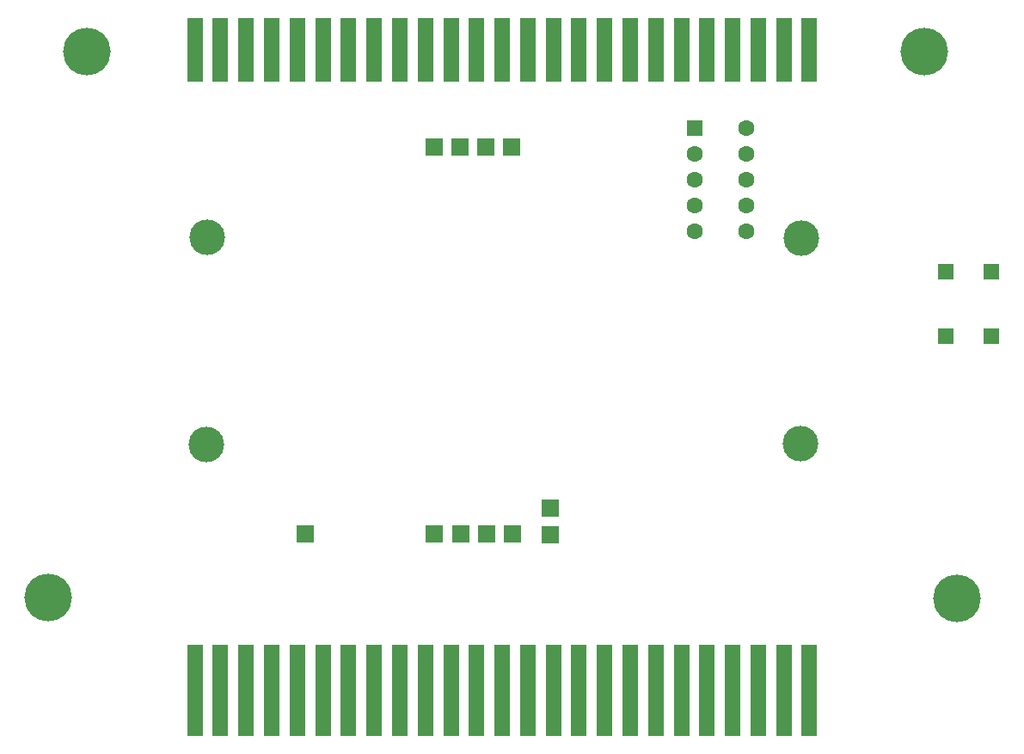
<source format=gbr>
%TF.GenerationSoftware,KiCad,Pcbnew,(6.0.2)*%
%TF.CreationDate,2022-10-22T23:08:43-05:00*%
%TF.ProjectId,REF1220,52454631-3232-4302-9e6b-696361645f70,rev?*%
%TF.SameCoordinates,Original*%
%TF.FileFunction,Soldermask,Bot*%
%TF.FilePolarity,Negative*%
%FSLAX46Y46*%
G04 Gerber Fmt 4.6, Leading zero omitted, Abs format (unit mm)*
G04 Created by KiCad (PCBNEW (6.0.2)) date 2022-10-22 23:08:43*
%MOMM*%
%LPD*%
G01*
G04 APERTURE LIST*
%ADD10R,1.700000X1.700000*%
%ADD11C,4.680000*%
%ADD12R,1.530000X6.250000*%
%ADD13C,3.500000*%
%ADD14R,1.530000X9.000000*%
%ADD15R,1.590000X1.590000*%
%ADD16R,1.600000X1.600000*%
%ADD17C,1.600000*%
G04 APERTURE END LIST*
D10*
%TO.C,J1*%
X142682000Y-75656000D03*
X145259000Y-75656000D03*
X147760000Y-75656000D03*
X150339000Y-75656000D03*
X129979000Y-113754000D03*
X142679000Y-113756000D03*
X145342000Y-113756000D03*
X147842000Y-113756000D03*
X150379000Y-113756000D03*
X154151000Y-113796000D03*
X154150000Y-111253000D03*
%TD*%
D11*
%TO.C,Hole2*%
X104697000Y-120032300D03*
%TD*%
D12*
%TO.C,J3*%
X119142000Y-66088000D03*
X121660000Y-66088000D03*
X124185000Y-66088000D03*
X126712000Y-66088000D03*
X129231000Y-66088000D03*
X131750000Y-66088000D03*
X134273000Y-66088000D03*
X136792000Y-66088000D03*
X139311000Y-66088000D03*
X141839000Y-66088000D03*
X144364000Y-66088000D03*
X146885000Y-66088000D03*
X149409000Y-66088000D03*
X151929000Y-66088000D03*
X154449000Y-66088000D03*
X156968000Y-66088000D03*
X159486000Y-66088000D03*
X162010000Y-66088000D03*
X164536000Y-66088000D03*
X167054000Y-66088000D03*
X169574000Y-66088000D03*
X172093000Y-66088000D03*
X174623000Y-66088000D03*
X177149000Y-66088000D03*
X179668000Y-66088000D03*
%TD*%
D13*
%TO.C,Hole6*%
X120256000Y-104908000D03*
%TD*%
D14*
%TO.C,J5*%
X119142000Y-129159000D03*
X121660000Y-129159000D03*
X124185000Y-129159000D03*
X126712000Y-129159000D03*
X129231000Y-129159000D03*
X131750000Y-129159000D03*
X134273000Y-129159000D03*
X136792000Y-129159000D03*
X139311000Y-129159000D03*
X141839000Y-129159000D03*
X144364000Y-129159000D03*
X146885000Y-129159000D03*
X149409000Y-129159000D03*
X151929000Y-129159000D03*
X154449000Y-129159000D03*
X156968000Y-129159000D03*
X159486000Y-129159000D03*
X162010000Y-129159000D03*
X164536000Y-129159000D03*
X167054000Y-129159000D03*
X169574000Y-129159000D03*
X172093000Y-129159000D03*
X174623000Y-129159000D03*
X177149000Y-129159000D03*
X179668000Y-129159000D03*
%TD*%
D15*
%TO.C,SW1*%
X193071500Y-94269500D03*
X193111500Y-87919500D03*
X197557500Y-94272500D03*
X197596500Y-87920500D03*
%TD*%
D16*
%TO.C,U6*%
X168401500Y-73791500D03*
D17*
X168401500Y-76331500D03*
X168401500Y-78871500D03*
X168401500Y-81411500D03*
X168401500Y-83951500D03*
X173481500Y-83951500D03*
X173481500Y-81411500D03*
X173481500Y-78871500D03*
X173481500Y-76331500D03*
X173481500Y-73791500D03*
%TD*%
D11*
%TO.C,Hole4*%
X194154000Y-120077300D03*
%TD*%
D13*
%TO.C,Hole7*%
X178826000Y-84596000D03*
%TD*%
%TO.C,Hole8*%
X178755600Y-104875000D03*
%TD*%
D11*
%TO.C,Hole3*%
X190979000Y-66259300D03*
%TD*%
D13*
%TO.C,Hole5*%
X120337000Y-84555000D03*
%TD*%
D11*
%TO.C,Hole1*%
X108548000Y-66220300D03*
%TD*%
M02*

</source>
